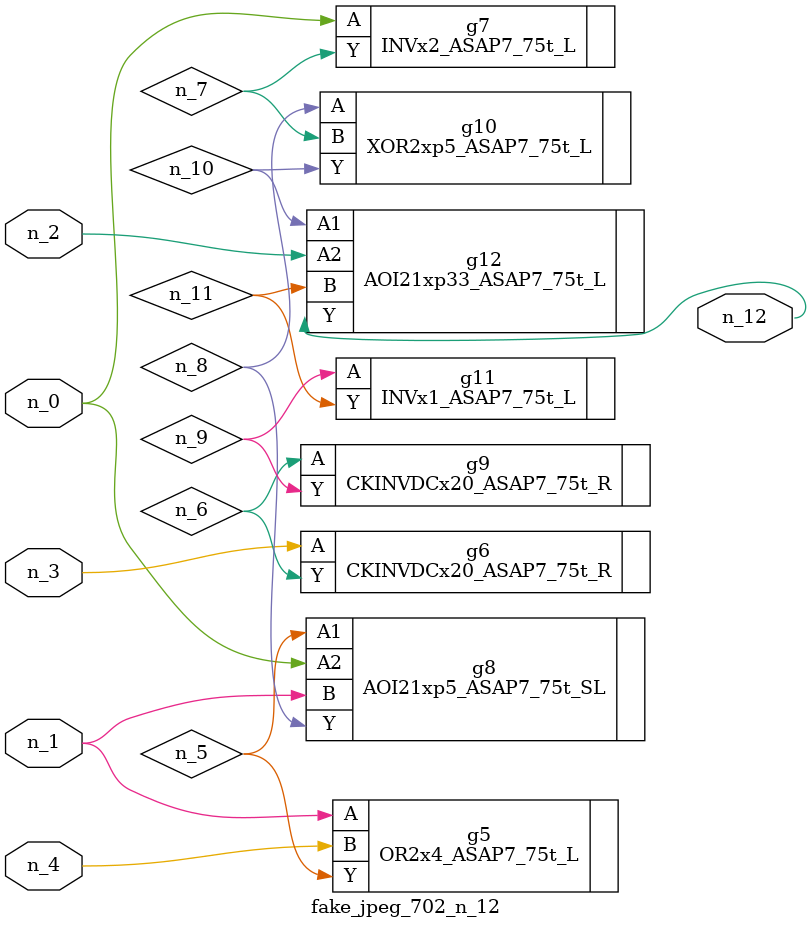
<source format=v>
module fake_jpeg_702_n_12 (n_3, n_2, n_1, n_0, n_4, n_12);

input n_3;
input n_2;
input n_1;
input n_0;
input n_4;

output n_12;

wire n_11;
wire n_10;
wire n_8;
wire n_9;
wire n_6;
wire n_5;
wire n_7;

OR2x4_ASAP7_75t_L g5 ( 
.A(n_1),
.B(n_4),
.Y(n_5)
);

CKINVDCx20_ASAP7_75t_R g6 ( 
.A(n_3),
.Y(n_6)
);

INVx2_ASAP7_75t_L g7 ( 
.A(n_0),
.Y(n_7)
);

AOI21xp5_ASAP7_75t_SL g8 ( 
.A1(n_5),
.A2(n_0),
.B(n_1),
.Y(n_8)
);

XOR2xp5_ASAP7_75t_L g10 ( 
.A(n_8),
.B(n_7),
.Y(n_10)
);

CKINVDCx20_ASAP7_75t_R g9 ( 
.A(n_6),
.Y(n_9)
);

INVx1_ASAP7_75t_L g11 ( 
.A(n_9),
.Y(n_11)
);

AOI21xp33_ASAP7_75t_L g12 ( 
.A1(n_10),
.A2(n_2),
.B(n_11),
.Y(n_12)
);


endmodule
</source>
